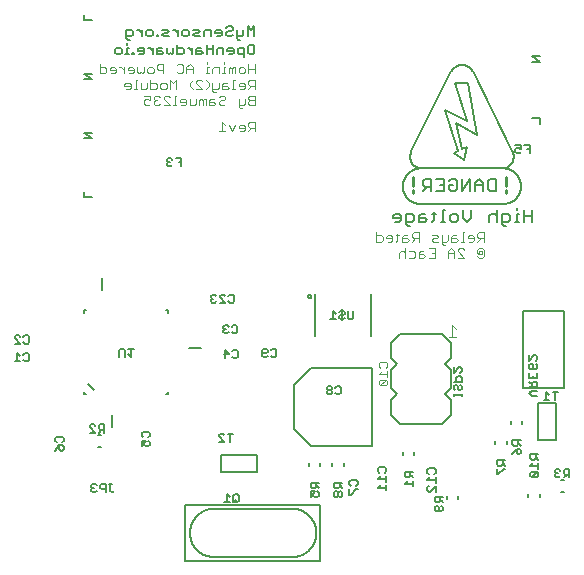
<source format=gbo>
G75*
%MOIN*%
%OFA0B0*%
%FSLAX25Y25*%
%IPPOS*%
%LPD*%
%AMOC8*
5,1,8,0,0,1.08239X$1,22.5*
%
%ADD10C,0.00500*%
%ADD11C,0.00600*%
%ADD12C,0.00400*%
%ADD13C,0.00300*%
%ADD14C,0.00800*%
%ADD15C,0.00700*%
%ADD16C,0.01100*%
D10*
X0035298Y0029379D02*
X0035749Y0028929D01*
X0036649Y0028929D01*
X0037100Y0029379D01*
X0036199Y0030280D02*
X0035749Y0030280D01*
X0035298Y0029830D01*
X0035298Y0029379D01*
X0035749Y0030280D02*
X0035298Y0030730D01*
X0035298Y0031181D01*
X0035749Y0031631D01*
X0036649Y0031631D01*
X0037100Y0031181D01*
X0038245Y0031181D02*
X0038245Y0030280D01*
X0038695Y0029830D01*
X0040046Y0029830D01*
X0040046Y0028929D02*
X0040046Y0031631D01*
X0038695Y0031631D01*
X0038245Y0031181D01*
X0041191Y0031631D02*
X0042092Y0031631D01*
X0041642Y0031631D02*
X0041642Y0029379D01*
X0042092Y0028929D01*
X0042543Y0028929D01*
X0042993Y0029379D01*
X0052038Y0044254D02*
X0052038Y0046055D01*
X0053389Y0046055D01*
X0052939Y0045155D01*
X0052939Y0044704D01*
X0053389Y0044254D01*
X0054290Y0044254D01*
X0054740Y0044704D01*
X0054740Y0045605D01*
X0054290Y0046055D01*
X0054290Y0047200D02*
X0054740Y0047651D01*
X0054740Y0048552D01*
X0054290Y0049002D01*
X0052488Y0049002D01*
X0052038Y0048552D01*
X0052038Y0047651D01*
X0052488Y0047200D01*
X0039482Y0048776D02*
X0039482Y0051478D01*
X0038131Y0051478D01*
X0037680Y0051028D01*
X0037680Y0050127D01*
X0038131Y0049677D01*
X0039482Y0049677D01*
X0038581Y0049677D02*
X0037680Y0048776D01*
X0036535Y0048776D02*
X0034734Y0050578D01*
X0034734Y0051028D01*
X0035184Y0051478D01*
X0036085Y0051478D01*
X0036535Y0051028D01*
X0036535Y0048776D02*
X0034734Y0048776D01*
X0026000Y0046977D02*
X0026000Y0046076D01*
X0025550Y0045626D01*
X0025550Y0044481D02*
X0026000Y0044030D01*
X0026000Y0043130D01*
X0025550Y0042679D01*
X0025099Y0042679D01*
X0024649Y0043130D01*
X0024649Y0044481D01*
X0025550Y0044481D01*
X0024649Y0044481D02*
X0023748Y0043580D01*
X0023298Y0042679D01*
X0023748Y0045626D02*
X0023298Y0046076D01*
X0023298Y0046977D01*
X0023748Y0047427D01*
X0025550Y0047427D01*
X0026000Y0046977D01*
X0014014Y0072516D02*
X0013113Y0072516D01*
X0012663Y0072967D01*
X0011518Y0072516D02*
X0009717Y0072516D01*
X0010617Y0072516D02*
X0010617Y0075218D01*
X0011518Y0074318D01*
X0012663Y0074768D02*
X0013113Y0075218D01*
X0014014Y0075218D01*
X0014465Y0074768D01*
X0014465Y0072967D01*
X0014014Y0072516D01*
X0014014Y0078422D02*
X0013113Y0078422D01*
X0012663Y0078872D01*
X0011518Y0078422D02*
X0009717Y0078422D01*
X0011518Y0078422D02*
X0009717Y0080223D01*
X0009717Y0080674D01*
X0010167Y0081124D01*
X0011068Y0081124D01*
X0011518Y0080674D01*
X0012663Y0080674D02*
X0013113Y0081124D01*
X0014014Y0081124D01*
X0014465Y0080674D01*
X0014465Y0078872D01*
X0014014Y0078422D01*
X0044608Y0076327D02*
X0044608Y0074075D01*
X0046409Y0074075D02*
X0046409Y0076327D01*
X0045959Y0076778D01*
X0045058Y0076778D01*
X0044608Y0076327D01*
X0047554Y0076778D02*
X0049356Y0076778D01*
X0048455Y0076778D02*
X0048455Y0074075D01*
X0047554Y0074976D01*
X0075094Y0092533D02*
X0075545Y0092083D01*
X0076446Y0092083D01*
X0076896Y0092533D01*
X0078041Y0092083D02*
X0079842Y0092083D01*
X0078041Y0093885D01*
X0078041Y0094335D01*
X0078491Y0094785D01*
X0079392Y0094785D01*
X0079842Y0094335D01*
X0080987Y0094335D02*
X0081438Y0094785D01*
X0082339Y0094785D01*
X0082789Y0094335D01*
X0082789Y0092533D01*
X0082339Y0092083D01*
X0081438Y0092083D01*
X0080987Y0092533D01*
X0076896Y0094335D02*
X0076446Y0094785D01*
X0075545Y0094785D01*
X0075094Y0094335D01*
X0075094Y0093885D01*
X0075545Y0093434D01*
X0075094Y0092984D01*
X0075094Y0092533D01*
X0075545Y0093434D02*
X0075995Y0093434D01*
X0079672Y0084549D02*
X0079222Y0084099D01*
X0079222Y0083648D01*
X0079672Y0083198D01*
X0079222Y0082748D01*
X0079222Y0082297D01*
X0079672Y0081847D01*
X0080573Y0081847D01*
X0081024Y0082297D01*
X0082169Y0082297D02*
X0082619Y0081847D01*
X0083520Y0081847D01*
X0083970Y0082297D01*
X0083970Y0084099D01*
X0083520Y0084549D01*
X0082619Y0084549D01*
X0082169Y0084099D01*
X0081024Y0084099D02*
X0080573Y0084549D01*
X0079672Y0084549D01*
X0079672Y0083198D02*
X0080123Y0083198D01*
X0079791Y0076360D02*
X0081142Y0075009D01*
X0079340Y0075009D01*
X0079791Y0073658D02*
X0079791Y0076360D01*
X0082287Y0075910D02*
X0082737Y0076360D01*
X0083638Y0076360D01*
X0084088Y0075910D01*
X0084088Y0074108D01*
X0083638Y0073658D01*
X0082737Y0073658D01*
X0082287Y0074108D01*
X0092214Y0074423D02*
X0092214Y0076225D01*
X0092665Y0076675D01*
X0093565Y0076675D01*
X0094016Y0076225D01*
X0094016Y0075774D01*
X0093565Y0075324D01*
X0092214Y0075324D01*
X0092214Y0074423D02*
X0092665Y0073973D01*
X0093565Y0073973D01*
X0094016Y0074423D01*
X0095161Y0074423D02*
X0095611Y0073973D01*
X0096512Y0073973D01*
X0096962Y0074423D01*
X0096962Y0076225D01*
X0096512Y0076675D01*
X0095611Y0076675D01*
X0095161Y0076225D01*
X0102904Y0064786D02*
X0108415Y0070298D01*
X0128888Y0070298D01*
X0128888Y0044313D01*
X0108415Y0044313D01*
X0102904Y0049825D01*
X0102904Y0064786D01*
X0113693Y0063784D02*
X0113693Y0063333D01*
X0114143Y0062883D01*
X0115044Y0062883D01*
X0115494Y0063333D01*
X0115494Y0063784D01*
X0115044Y0064234D01*
X0114143Y0064234D01*
X0113693Y0063784D01*
X0114143Y0062883D02*
X0113693Y0062433D01*
X0113693Y0061982D01*
X0114143Y0061532D01*
X0115044Y0061532D01*
X0115494Y0061982D01*
X0115494Y0062433D01*
X0115044Y0062883D01*
X0116639Y0061982D02*
X0117090Y0061532D01*
X0117991Y0061532D01*
X0118441Y0061982D01*
X0118441Y0063784D01*
X0117991Y0064234D01*
X0117090Y0064234D01*
X0116639Y0063784D01*
X0135026Y0063620D02*
X0137026Y0061620D01*
X0135026Y0059620D01*
X0135026Y0054620D01*
X0138026Y0051620D01*
X0152026Y0051620D01*
X0155026Y0054620D01*
X0155026Y0059620D01*
X0153026Y0061620D01*
X0155026Y0063620D01*
X0155026Y0069620D01*
X0153026Y0071620D01*
X0155026Y0073620D01*
X0155026Y0078620D01*
X0152026Y0081620D01*
X0138026Y0081620D01*
X0135026Y0078620D01*
X0135026Y0073620D01*
X0137026Y0071620D01*
X0135026Y0069620D01*
X0135026Y0063620D01*
X0156067Y0063269D02*
X0156517Y0062819D01*
X0156067Y0063269D02*
X0156067Y0064170D01*
X0156517Y0064621D01*
X0156968Y0064621D01*
X0157418Y0064170D01*
X0157418Y0063269D01*
X0157868Y0062819D01*
X0158319Y0062819D01*
X0158769Y0063269D01*
X0158769Y0064170D01*
X0158319Y0064621D01*
X0158769Y0065766D02*
X0158769Y0067117D01*
X0158319Y0067567D01*
X0157418Y0067567D01*
X0156968Y0067117D01*
X0156968Y0065766D01*
X0156067Y0065766D02*
X0158769Y0065766D01*
X0158319Y0068712D02*
X0158769Y0069163D01*
X0158769Y0070063D01*
X0158319Y0070514D01*
X0157868Y0070514D01*
X0156067Y0068712D01*
X0156067Y0070514D01*
X0156067Y0061756D02*
X0156067Y0060855D01*
X0156067Y0061305D02*
X0158769Y0061305D01*
X0158769Y0060855D02*
X0158769Y0061756D01*
X0175660Y0046246D02*
X0175660Y0044895D01*
X0176110Y0044445D01*
X0177011Y0044445D01*
X0177461Y0044895D01*
X0177461Y0046246D01*
X0177461Y0045345D02*
X0178362Y0044445D01*
X0177912Y0043300D02*
X0177011Y0043300D01*
X0177011Y0041948D01*
X0177461Y0041498D01*
X0177912Y0041498D01*
X0178362Y0041948D01*
X0178362Y0042849D01*
X0177912Y0043300D01*
X0177011Y0043300D02*
X0176110Y0042399D01*
X0175660Y0041498D01*
X0173244Y0039553D02*
X0170542Y0039553D01*
X0170542Y0038202D01*
X0170992Y0037752D01*
X0171893Y0037752D01*
X0172343Y0038202D01*
X0172343Y0039553D01*
X0172343Y0038652D02*
X0173244Y0037752D01*
X0173244Y0036607D02*
X0172794Y0036607D01*
X0170992Y0034805D01*
X0170542Y0034805D01*
X0170542Y0036607D01*
X0175660Y0046246D02*
X0178362Y0046246D01*
X0181565Y0041522D02*
X0181565Y0040171D01*
X0182016Y0039720D01*
X0182917Y0039720D01*
X0183367Y0040171D01*
X0183367Y0041522D01*
X0184268Y0041522D02*
X0181565Y0041522D01*
X0183367Y0040621D02*
X0184268Y0039720D01*
X0184268Y0038575D02*
X0184268Y0036774D01*
X0184268Y0037674D02*
X0181565Y0037674D01*
X0182466Y0038575D01*
X0182016Y0035629D02*
X0181565Y0035178D01*
X0181565Y0034277D01*
X0182016Y0033827D01*
X0183817Y0035629D01*
X0184268Y0035178D01*
X0184268Y0034277D01*
X0183817Y0033827D01*
X0182016Y0033827D01*
X0182016Y0035629D02*
X0183817Y0035629D01*
X0189852Y0035617D02*
X0190302Y0035166D01*
X0189852Y0034716D01*
X0189852Y0034266D01*
X0190302Y0033815D01*
X0191203Y0033815D01*
X0191653Y0034266D01*
X0192798Y0033815D02*
X0193699Y0034716D01*
X0193249Y0034716D02*
X0194600Y0034716D01*
X0194600Y0033815D02*
X0194600Y0036518D01*
X0193249Y0036518D01*
X0192798Y0036067D01*
X0192798Y0035166D01*
X0193249Y0034716D01*
X0191653Y0036067D02*
X0191203Y0036518D01*
X0190302Y0036518D01*
X0189852Y0036067D01*
X0189852Y0035617D01*
X0190302Y0035166D02*
X0190753Y0035166D01*
X0190108Y0046439D02*
X0184203Y0046439D01*
X0184203Y0058644D01*
X0190108Y0058644D01*
X0190108Y0046439D01*
X0189929Y0059474D02*
X0189929Y0062176D01*
X0189029Y0062176D02*
X0190830Y0062176D01*
X0192923Y0063723D02*
X0179144Y0063723D01*
X0179144Y0089313D01*
X0192923Y0089313D01*
X0192923Y0063723D01*
X0187884Y0061275D02*
X0186983Y0062176D01*
X0186983Y0059474D01*
X0187884Y0059474D02*
X0186082Y0059474D01*
X0183848Y0060981D02*
X0182046Y0060981D01*
X0181146Y0061881D01*
X0182046Y0062782D01*
X0183848Y0062782D01*
X0183848Y0063927D02*
X0183848Y0065278D01*
X0183398Y0065729D01*
X0182497Y0065729D01*
X0182046Y0065278D01*
X0182046Y0063927D01*
X0181146Y0063927D02*
X0183848Y0063927D01*
X0182046Y0064828D02*
X0181146Y0065729D01*
X0181146Y0066874D02*
X0181146Y0068675D01*
X0181596Y0069820D02*
X0181146Y0070271D01*
X0181146Y0071171D01*
X0181596Y0071622D01*
X0182497Y0071622D01*
X0182497Y0070721D01*
X0183398Y0069820D02*
X0181596Y0069820D01*
X0183398Y0069820D02*
X0183848Y0070271D01*
X0183848Y0071171D01*
X0183398Y0071622D01*
X0183398Y0072767D02*
X0183848Y0073217D01*
X0183848Y0074118D01*
X0183398Y0074568D01*
X0182947Y0074568D01*
X0181146Y0072767D01*
X0181146Y0074568D01*
X0183848Y0068675D02*
X0183848Y0066874D01*
X0181146Y0066874D01*
X0182497Y0066874D02*
X0182497Y0067775D01*
X0150016Y0036347D02*
X0150016Y0035446D01*
X0149565Y0034996D01*
X0150016Y0033851D02*
X0150016Y0032049D01*
X0150016Y0032950D02*
X0147313Y0032950D01*
X0148214Y0033851D01*
X0147764Y0034996D02*
X0147313Y0035446D01*
X0147313Y0036347D01*
X0147764Y0036797D01*
X0149565Y0036797D01*
X0150016Y0036347D01*
X0150016Y0030904D02*
X0148214Y0029103D01*
X0147764Y0029103D01*
X0147313Y0029553D01*
X0147313Y0030454D01*
X0147764Y0030904D01*
X0150016Y0030904D02*
X0150016Y0029103D01*
X0149676Y0027348D02*
X0149676Y0025997D01*
X0150126Y0025547D01*
X0151027Y0025547D01*
X0151477Y0025997D01*
X0151477Y0027348D01*
X0151477Y0026448D02*
X0152378Y0025547D01*
X0151928Y0024402D02*
X0152378Y0023952D01*
X0152378Y0023051D01*
X0151928Y0022600D01*
X0150126Y0022600D01*
X0149676Y0023051D01*
X0149676Y0023952D01*
X0150126Y0024402D01*
X0150576Y0024402D01*
X0151027Y0023952D01*
X0151027Y0022600D01*
X0152378Y0027348D02*
X0149676Y0027348D01*
X0142535Y0030868D02*
X0142535Y0032670D01*
X0142535Y0031769D02*
X0139833Y0031769D01*
X0140734Y0032670D01*
X0141184Y0033815D02*
X0141635Y0034265D01*
X0141635Y0035616D01*
X0142535Y0035616D02*
X0139833Y0035616D01*
X0139833Y0034265D01*
X0140284Y0033815D01*
X0141184Y0033815D01*
X0141635Y0034715D02*
X0142535Y0033815D01*
X0133480Y0034244D02*
X0133480Y0032443D01*
X0133480Y0033344D02*
X0130778Y0033344D01*
X0131679Y0034244D01*
X0131228Y0035389D02*
X0130778Y0035840D01*
X0130778Y0036741D01*
X0131228Y0037191D01*
X0133030Y0037191D01*
X0133480Y0036741D01*
X0133480Y0035840D01*
X0133030Y0035389D01*
X0133480Y0031298D02*
X0133480Y0029496D01*
X0133480Y0030397D02*
X0130778Y0030397D01*
X0131679Y0031298D01*
X0124031Y0031509D02*
X0123581Y0031059D01*
X0124031Y0031509D02*
X0124031Y0032410D01*
X0123581Y0032860D01*
X0121780Y0032860D01*
X0121329Y0032410D01*
X0121329Y0031509D01*
X0121780Y0031059D01*
X0121329Y0029914D02*
X0121329Y0028112D01*
X0121780Y0028112D01*
X0123581Y0029914D01*
X0124031Y0029914D01*
X0118913Y0030271D02*
X0118013Y0031172D01*
X0118013Y0030722D02*
X0118013Y0032073D01*
X0118913Y0032073D02*
X0116211Y0032073D01*
X0116211Y0030722D01*
X0116661Y0030271D01*
X0117562Y0030271D01*
X0118013Y0030722D01*
X0118013Y0029126D02*
X0117562Y0028676D01*
X0117562Y0027775D01*
X0118013Y0027325D01*
X0118463Y0027325D01*
X0118913Y0027775D01*
X0118913Y0028676D01*
X0118463Y0029126D01*
X0118013Y0029126D01*
X0117562Y0028676D02*
X0117112Y0029126D01*
X0116661Y0029126D01*
X0116211Y0028676D01*
X0116211Y0027775D01*
X0116661Y0027325D01*
X0117112Y0027325D01*
X0117562Y0027775D01*
X0111459Y0024605D02*
X0066577Y0024605D01*
X0066577Y0006101D01*
X0111459Y0006101D01*
X0111459Y0024605D01*
X0110589Y0027325D02*
X0111039Y0027775D01*
X0111039Y0028676D01*
X0110589Y0029126D01*
X0109688Y0029126D02*
X0109238Y0028226D01*
X0109238Y0027775D01*
X0109688Y0027325D01*
X0110589Y0027325D01*
X0109688Y0029126D02*
X0108337Y0029126D01*
X0108337Y0027325D01*
X0108787Y0030271D02*
X0109688Y0030271D01*
X0110139Y0030722D01*
X0110139Y0032073D01*
X0111039Y0032073D02*
X0108337Y0032073D01*
X0108337Y0030722D01*
X0108787Y0030271D01*
X0110139Y0031172D02*
X0111039Y0030271D01*
X0102010Y0023424D02*
X0076026Y0023424D01*
X0079610Y0025512D02*
X0081412Y0025512D01*
X0080511Y0025512D02*
X0080511Y0028215D01*
X0081412Y0027314D01*
X0082557Y0027764D02*
X0082557Y0025963D01*
X0083007Y0025512D01*
X0083908Y0025512D01*
X0084358Y0025963D01*
X0084358Y0027764D01*
X0083908Y0028215D01*
X0083007Y0028215D01*
X0082557Y0027764D01*
X0083458Y0026413D02*
X0082557Y0025512D01*
X0078337Y0035455D02*
X0078337Y0041361D01*
X0090541Y0041361D01*
X0090541Y0035455D01*
X0078337Y0035455D01*
X0077814Y0045694D02*
X0079616Y0045694D01*
X0077814Y0047496D01*
X0077814Y0047946D01*
X0078265Y0048396D01*
X0079165Y0048396D01*
X0079616Y0047946D01*
X0080761Y0048396D02*
X0082562Y0048396D01*
X0081662Y0048396D02*
X0081662Y0045694D01*
X0076025Y0023424D02*
X0075830Y0023416D01*
X0075635Y0023405D01*
X0075441Y0023388D01*
X0075247Y0023367D01*
X0075054Y0023341D01*
X0074861Y0023310D01*
X0074669Y0023275D01*
X0074478Y0023235D01*
X0074288Y0023191D01*
X0074099Y0023142D01*
X0073912Y0023088D01*
X0073726Y0023030D01*
X0073541Y0022968D01*
X0073358Y0022901D01*
X0073176Y0022829D01*
X0072996Y0022754D01*
X0072818Y0022673D01*
X0072643Y0022589D01*
X0072469Y0022500D01*
X0072297Y0022408D01*
X0072128Y0022311D01*
X0071961Y0022210D01*
X0071796Y0022105D01*
X0071635Y0021996D01*
X0071475Y0021883D01*
X0071319Y0021767D01*
X0071165Y0021646D01*
X0071015Y0021522D01*
X0070867Y0021395D01*
X0070723Y0021263D01*
X0070582Y0021129D01*
X0070444Y0020991D01*
X0070309Y0020850D01*
X0070178Y0020705D01*
X0070051Y0020557D01*
X0069927Y0020407D01*
X0069806Y0020253D01*
X0069690Y0020097D01*
X0069577Y0019938D01*
X0069468Y0019776D01*
X0069363Y0019611D01*
X0069262Y0019444D01*
X0069166Y0019275D01*
X0069073Y0019103D01*
X0068984Y0018929D01*
X0068900Y0018753D01*
X0068820Y0018575D01*
X0068744Y0018396D01*
X0068673Y0018214D01*
X0068606Y0018031D01*
X0068544Y0017846D01*
X0068486Y0017660D01*
X0068432Y0017472D01*
X0068383Y0017283D01*
X0068339Y0017093D01*
X0068299Y0016902D01*
X0068264Y0016710D01*
X0068233Y0016518D01*
X0068208Y0016324D01*
X0068187Y0016130D01*
X0068170Y0015936D01*
X0068158Y0015741D01*
X0068151Y0015546D01*
X0068149Y0015351D01*
X0068151Y0015156D01*
X0068159Y0014961D01*
X0068170Y0014766D01*
X0068187Y0014572D01*
X0068208Y0014378D01*
X0068234Y0014185D01*
X0068265Y0013992D01*
X0068300Y0013800D01*
X0068340Y0013609D01*
X0068384Y0013419D01*
X0068433Y0013230D01*
X0068487Y0013043D01*
X0068545Y0012857D01*
X0068607Y0012672D01*
X0068674Y0012489D01*
X0068746Y0012307D01*
X0068821Y0012127D01*
X0068902Y0011949D01*
X0068986Y0011774D01*
X0069075Y0011600D01*
X0069167Y0011428D01*
X0069264Y0011259D01*
X0069365Y0011092D01*
X0069470Y0010927D01*
X0069579Y0010766D01*
X0069692Y0010606D01*
X0069808Y0010450D01*
X0069929Y0010296D01*
X0070053Y0010146D01*
X0070180Y0009998D01*
X0070312Y0009854D01*
X0070446Y0009713D01*
X0070584Y0009575D01*
X0070725Y0009440D01*
X0070870Y0009309D01*
X0071018Y0009182D01*
X0071168Y0009058D01*
X0071322Y0008937D01*
X0071478Y0008821D01*
X0071637Y0008708D01*
X0071799Y0008599D01*
X0071964Y0008494D01*
X0072131Y0008393D01*
X0072300Y0008297D01*
X0072472Y0008204D01*
X0072646Y0008115D01*
X0072822Y0008031D01*
X0073000Y0007951D01*
X0073179Y0007875D01*
X0073361Y0007804D01*
X0073544Y0007737D01*
X0073729Y0007675D01*
X0073915Y0007617D01*
X0074103Y0007563D01*
X0074292Y0007514D01*
X0074482Y0007470D01*
X0074673Y0007430D01*
X0074865Y0007395D01*
X0075057Y0007364D01*
X0075251Y0007339D01*
X0075445Y0007318D01*
X0075639Y0007301D01*
X0075834Y0007289D01*
X0076029Y0007282D01*
X0076224Y0007280D01*
X0076419Y0007282D01*
X0102404Y0007282D01*
X0102599Y0007290D01*
X0102794Y0007301D01*
X0102988Y0007318D01*
X0103182Y0007339D01*
X0103375Y0007365D01*
X0103568Y0007396D01*
X0103760Y0007431D01*
X0103951Y0007471D01*
X0104141Y0007515D01*
X0104330Y0007564D01*
X0104517Y0007618D01*
X0104703Y0007676D01*
X0104888Y0007738D01*
X0105071Y0007805D01*
X0105253Y0007877D01*
X0105433Y0007952D01*
X0105611Y0008033D01*
X0105786Y0008117D01*
X0105960Y0008206D01*
X0106132Y0008298D01*
X0106301Y0008395D01*
X0106468Y0008496D01*
X0106633Y0008601D01*
X0106794Y0008710D01*
X0106954Y0008823D01*
X0107110Y0008939D01*
X0107264Y0009060D01*
X0107414Y0009184D01*
X0107562Y0009311D01*
X0107706Y0009443D01*
X0107847Y0009577D01*
X0107985Y0009715D01*
X0108120Y0009856D01*
X0108251Y0010001D01*
X0108378Y0010149D01*
X0108502Y0010299D01*
X0108623Y0010453D01*
X0108739Y0010609D01*
X0108852Y0010768D01*
X0108961Y0010930D01*
X0109066Y0011095D01*
X0109167Y0011262D01*
X0109263Y0011431D01*
X0109356Y0011603D01*
X0109445Y0011777D01*
X0109529Y0011953D01*
X0109609Y0012131D01*
X0109685Y0012310D01*
X0109756Y0012492D01*
X0109823Y0012675D01*
X0109885Y0012860D01*
X0109943Y0013046D01*
X0109997Y0013234D01*
X0110046Y0013423D01*
X0110090Y0013613D01*
X0110130Y0013804D01*
X0110165Y0013996D01*
X0110196Y0014188D01*
X0110221Y0014382D01*
X0110242Y0014576D01*
X0110259Y0014770D01*
X0110271Y0014965D01*
X0110278Y0015160D01*
X0110280Y0015355D01*
X0110278Y0015550D01*
X0110270Y0015745D01*
X0110259Y0015940D01*
X0110242Y0016134D01*
X0110221Y0016328D01*
X0110195Y0016521D01*
X0110164Y0016714D01*
X0110129Y0016906D01*
X0110089Y0017097D01*
X0110045Y0017287D01*
X0109996Y0017476D01*
X0109942Y0017663D01*
X0109884Y0017849D01*
X0109822Y0018034D01*
X0109755Y0018217D01*
X0109683Y0018399D01*
X0109608Y0018579D01*
X0109527Y0018757D01*
X0109443Y0018932D01*
X0109354Y0019106D01*
X0109262Y0019278D01*
X0109165Y0019447D01*
X0109064Y0019614D01*
X0108959Y0019779D01*
X0108850Y0019940D01*
X0108737Y0020100D01*
X0108621Y0020256D01*
X0108500Y0020410D01*
X0108376Y0020560D01*
X0108249Y0020708D01*
X0108117Y0020852D01*
X0107983Y0020993D01*
X0107845Y0021131D01*
X0107704Y0021266D01*
X0107559Y0021397D01*
X0107411Y0021524D01*
X0107261Y0021648D01*
X0107107Y0021769D01*
X0106951Y0021885D01*
X0106792Y0021998D01*
X0106630Y0022107D01*
X0106465Y0022212D01*
X0106298Y0022313D01*
X0106129Y0022409D01*
X0105957Y0022502D01*
X0105783Y0022591D01*
X0105607Y0022675D01*
X0105429Y0022755D01*
X0105250Y0022831D01*
X0105068Y0022902D01*
X0104885Y0022969D01*
X0104700Y0023031D01*
X0104514Y0023089D01*
X0104326Y0023143D01*
X0104137Y0023192D01*
X0103947Y0023236D01*
X0103756Y0023276D01*
X0103564Y0023311D01*
X0103372Y0023342D01*
X0103178Y0023367D01*
X0102984Y0023388D01*
X0102790Y0023405D01*
X0102595Y0023417D01*
X0102400Y0023424D01*
X0102205Y0023426D01*
X0102010Y0023424D01*
X0114940Y0086639D02*
X0116742Y0086639D01*
X0115841Y0086639D02*
X0115841Y0089341D01*
X0116742Y0088441D01*
X0117887Y0088891D02*
X0118337Y0089341D01*
X0119238Y0089341D01*
X0119688Y0088891D01*
X0119688Y0088441D01*
X0119238Y0087990D01*
X0118337Y0087990D01*
X0117887Y0087540D01*
X0117887Y0087089D01*
X0118337Y0086639D01*
X0119238Y0086639D01*
X0119688Y0087089D01*
X0120833Y0087089D02*
X0121284Y0086639D01*
X0122184Y0086639D01*
X0122635Y0087089D01*
X0122635Y0089341D01*
X0120833Y0089341D02*
X0120833Y0087089D01*
X0118788Y0086189D02*
X0118788Y0089792D01*
X0145030Y0125022D02*
X0172589Y0125022D01*
X0172741Y0125024D01*
X0172893Y0125030D01*
X0173045Y0125040D01*
X0173196Y0125053D01*
X0173347Y0125071D01*
X0173498Y0125092D01*
X0173648Y0125118D01*
X0173797Y0125147D01*
X0173946Y0125180D01*
X0174093Y0125217D01*
X0174240Y0125257D01*
X0174385Y0125302D01*
X0174529Y0125350D01*
X0174672Y0125402D01*
X0174814Y0125457D01*
X0174954Y0125516D01*
X0175093Y0125579D01*
X0175230Y0125645D01*
X0175365Y0125715D01*
X0175498Y0125788D01*
X0175629Y0125865D01*
X0175759Y0125945D01*
X0175886Y0126028D01*
X0176011Y0126114D01*
X0176134Y0126204D01*
X0176254Y0126297D01*
X0176372Y0126393D01*
X0176488Y0126492D01*
X0176601Y0126594D01*
X0176711Y0126698D01*
X0176819Y0126806D01*
X0176923Y0126916D01*
X0177025Y0127029D01*
X0177124Y0127145D01*
X0177220Y0127263D01*
X0177313Y0127383D01*
X0177403Y0127506D01*
X0177489Y0127631D01*
X0177572Y0127758D01*
X0177652Y0127888D01*
X0177729Y0128019D01*
X0177802Y0128152D01*
X0177872Y0128287D01*
X0177938Y0128424D01*
X0178001Y0128563D01*
X0178060Y0128703D01*
X0178115Y0128845D01*
X0178167Y0128988D01*
X0178215Y0129132D01*
X0178260Y0129277D01*
X0178300Y0129424D01*
X0178337Y0129571D01*
X0178370Y0129720D01*
X0178399Y0129869D01*
X0178425Y0130019D01*
X0178446Y0130170D01*
X0178464Y0130321D01*
X0178477Y0130472D01*
X0178487Y0130624D01*
X0178493Y0130776D01*
X0178495Y0130928D01*
X0178493Y0131080D01*
X0178487Y0131232D01*
X0178477Y0131384D01*
X0178464Y0131535D01*
X0178446Y0131686D01*
X0178425Y0131837D01*
X0178399Y0131987D01*
X0178370Y0132136D01*
X0178337Y0132285D01*
X0178300Y0132432D01*
X0178260Y0132579D01*
X0178215Y0132724D01*
X0178167Y0132868D01*
X0178115Y0133011D01*
X0178060Y0133153D01*
X0178001Y0133293D01*
X0177938Y0133432D01*
X0177872Y0133569D01*
X0177802Y0133704D01*
X0177729Y0133837D01*
X0177652Y0133968D01*
X0177572Y0134098D01*
X0177489Y0134225D01*
X0177403Y0134350D01*
X0177313Y0134473D01*
X0177220Y0134593D01*
X0177124Y0134711D01*
X0177025Y0134827D01*
X0176923Y0134940D01*
X0176819Y0135050D01*
X0176711Y0135158D01*
X0176601Y0135262D01*
X0176488Y0135364D01*
X0176372Y0135463D01*
X0176254Y0135559D01*
X0176134Y0135652D01*
X0176011Y0135742D01*
X0175886Y0135828D01*
X0175759Y0135911D01*
X0175629Y0135991D01*
X0175498Y0136068D01*
X0175365Y0136141D01*
X0175230Y0136211D01*
X0175093Y0136277D01*
X0174954Y0136340D01*
X0174814Y0136399D01*
X0174672Y0136454D01*
X0174529Y0136506D01*
X0174385Y0136554D01*
X0174240Y0136599D01*
X0174093Y0136639D01*
X0173946Y0136676D01*
X0173797Y0136709D01*
X0173648Y0136738D01*
X0173498Y0136764D01*
X0173347Y0136785D01*
X0173196Y0136803D01*
X0173045Y0136816D01*
X0172893Y0136826D01*
X0172741Y0136832D01*
X0172589Y0136834D01*
X0172589Y0136833D02*
X0145030Y0136833D01*
X0145494Y0136833D02*
X0172124Y0136833D01*
X0172247Y0136835D01*
X0172370Y0136841D01*
X0172493Y0136850D01*
X0172616Y0136864D01*
X0172738Y0136881D01*
X0172859Y0136902D01*
X0172980Y0136927D01*
X0173100Y0136956D01*
X0173218Y0136988D01*
X0173336Y0137024D01*
X0173453Y0137064D01*
X0173568Y0137107D01*
X0173682Y0137154D01*
X0173794Y0137205D01*
X0173905Y0137259D01*
X0174014Y0137316D01*
X0174121Y0137377D01*
X0174227Y0137441D01*
X0174330Y0137509D01*
X0174431Y0137580D01*
X0174529Y0137653D01*
X0174626Y0137730D01*
X0174720Y0137810D01*
X0174811Y0137893D01*
X0174900Y0137978D01*
X0174986Y0138066D01*
X0175069Y0138157D01*
X0175149Y0138251D01*
X0175227Y0138346D01*
X0175301Y0138445D01*
X0175372Y0138545D01*
X0175440Y0138648D01*
X0175505Y0138753D01*
X0175566Y0138860D01*
X0175625Y0138968D01*
X0175679Y0139079D01*
X0175730Y0139191D01*
X0175778Y0139304D01*
X0175822Y0139420D01*
X0175863Y0139536D01*
X0175899Y0139654D01*
X0175932Y0139772D01*
X0175962Y0139892D01*
X0175987Y0140012D01*
X0176009Y0140134D01*
X0176027Y0140256D01*
X0176041Y0140378D01*
X0176052Y0140501D01*
X0176058Y0140624D01*
X0176061Y0140747D01*
X0176060Y0140870D01*
X0176055Y0140993D01*
X0176046Y0141116D01*
X0176033Y0141239D01*
X0176016Y0141361D01*
X0175996Y0141482D01*
X0175972Y0141603D01*
X0175944Y0141723D01*
X0175912Y0141842D01*
X0175877Y0141960D01*
X0175838Y0142077D01*
X0175795Y0142193D01*
X0175749Y0142307D01*
X0175699Y0142420D01*
X0175645Y0142531D01*
X0162330Y0169160D01*
X0162330Y0169161D02*
X0162273Y0169271D01*
X0162212Y0169380D01*
X0162148Y0169486D01*
X0162080Y0169591D01*
X0162009Y0169693D01*
X0161935Y0169793D01*
X0161858Y0169891D01*
X0161777Y0169986D01*
X0161694Y0170079D01*
X0161608Y0170169D01*
X0161519Y0170256D01*
X0161427Y0170340D01*
X0161333Y0170422D01*
X0161236Y0170500D01*
X0161137Y0170575D01*
X0161035Y0170647D01*
X0160932Y0170716D01*
X0160826Y0170781D01*
X0160718Y0170843D01*
X0160608Y0170902D01*
X0160496Y0170957D01*
X0160383Y0171009D01*
X0160268Y0171057D01*
X0160151Y0171101D01*
X0160034Y0171142D01*
X0159915Y0171179D01*
X0159795Y0171212D01*
X0159674Y0171241D01*
X0159552Y0171266D01*
X0159429Y0171288D01*
X0159306Y0171306D01*
X0159182Y0171319D01*
X0159058Y0171329D01*
X0158934Y0171335D01*
X0158809Y0171337D01*
X0158684Y0171335D01*
X0158560Y0171329D01*
X0158436Y0171319D01*
X0158312Y0171306D01*
X0158189Y0171288D01*
X0158066Y0171266D01*
X0157944Y0171241D01*
X0157823Y0171212D01*
X0157703Y0171179D01*
X0157584Y0171142D01*
X0157467Y0171101D01*
X0157350Y0171057D01*
X0157235Y0171009D01*
X0157122Y0170957D01*
X0157010Y0170902D01*
X0156900Y0170843D01*
X0156792Y0170781D01*
X0156686Y0170716D01*
X0156583Y0170647D01*
X0156481Y0170575D01*
X0156382Y0170500D01*
X0156285Y0170422D01*
X0156191Y0170340D01*
X0156099Y0170256D01*
X0156010Y0170169D01*
X0155924Y0170079D01*
X0155841Y0169986D01*
X0155760Y0169891D01*
X0155683Y0169793D01*
X0155609Y0169693D01*
X0155538Y0169591D01*
X0155470Y0169486D01*
X0155406Y0169380D01*
X0155345Y0169271D01*
X0155288Y0169161D01*
X0155288Y0169160D02*
X0141973Y0142531D01*
X0141919Y0142420D01*
X0141869Y0142307D01*
X0141823Y0142193D01*
X0141780Y0142077D01*
X0141741Y0141960D01*
X0141706Y0141842D01*
X0141674Y0141723D01*
X0141646Y0141603D01*
X0141622Y0141482D01*
X0141602Y0141361D01*
X0141585Y0141239D01*
X0141572Y0141116D01*
X0141563Y0140993D01*
X0141558Y0140870D01*
X0141557Y0140747D01*
X0141560Y0140624D01*
X0141566Y0140501D01*
X0141577Y0140378D01*
X0141591Y0140256D01*
X0141609Y0140134D01*
X0141631Y0140012D01*
X0141656Y0139892D01*
X0141686Y0139772D01*
X0141719Y0139654D01*
X0141755Y0139536D01*
X0141796Y0139420D01*
X0141840Y0139304D01*
X0141888Y0139191D01*
X0141939Y0139079D01*
X0141993Y0138968D01*
X0142052Y0138860D01*
X0142113Y0138753D01*
X0142178Y0138648D01*
X0142246Y0138545D01*
X0142317Y0138445D01*
X0142391Y0138346D01*
X0142469Y0138251D01*
X0142549Y0138157D01*
X0142632Y0138066D01*
X0142718Y0137978D01*
X0142807Y0137893D01*
X0142898Y0137810D01*
X0142992Y0137730D01*
X0143089Y0137653D01*
X0143187Y0137580D01*
X0143288Y0137509D01*
X0143391Y0137441D01*
X0143497Y0137377D01*
X0143604Y0137316D01*
X0143713Y0137259D01*
X0143824Y0137205D01*
X0143936Y0137154D01*
X0144050Y0137107D01*
X0144165Y0137064D01*
X0144282Y0137024D01*
X0144400Y0136988D01*
X0144518Y0136956D01*
X0144638Y0136927D01*
X0144759Y0136902D01*
X0144880Y0136881D01*
X0145002Y0136864D01*
X0145125Y0136850D01*
X0145248Y0136841D01*
X0145371Y0136835D01*
X0145494Y0136833D01*
X0139124Y0130928D02*
X0139126Y0130776D01*
X0139132Y0130624D01*
X0139142Y0130472D01*
X0139155Y0130321D01*
X0139173Y0130170D01*
X0139194Y0130019D01*
X0139220Y0129869D01*
X0139249Y0129720D01*
X0139282Y0129571D01*
X0139319Y0129424D01*
X0139359Y0129277D01*
X0139404Y0129132D01*
X0139452Y0128988D01*
X0139504Y0128845D01*
X0139559Y0128703D01*
X0139618Y0128563D01*
X0139681Y0128424D01*
X0139747Y0128287D01*
X0139817Y0128152D01*
X0139890Y0128019D01*
X0139967Y0127888D01*
X0140047Y0127758D01*
X0140130Y0127631D01*
X0140216Y0127506D01*
X0140306Y0127383D01*
X0140399Y0127263D01*
X0140495Y0127145D01*
X0140594Y0127029D01*
X0140696Y0126916D01*
X0140800Y0126806D01*
X0140908Y0126698D01*
X0141018Y0126594D01*
X0141131Y0126492D01*
X0141247Y0126393D01*
X0141365Y0126297D01*
X0141485Y0126204D01*
X0141608Y0126114D01*
X0141733Y0126028D01*
X0141860Y0125945D01*
X0141990Y0125865D01*
X0142121Y0125788D01*
X0142254Y0125715D01*
X0142389Y0125645D01*
X0142526Y0125579D01*
X0142665Y0125516D01*
X0142805Y0125457D01*
X0142947Y0125402D01*
X0143090Y0125350D01*
X0143234Y0125302D01*
X0143379Y0125257D01*
X0143526Y0125217D01*
X0143673Y0125180D01*
X0143822Y0125147D01*
X0143971Y0125118D01*
X0144121Y0125092D01*
X0144272Y0125071D01*
X0144423Y0125053D01*
X0144574Y0125040D01*
X0144726Y0125030D01*
X0144878Y0125024D01*
X0145030Y0125022D01*
X0139124Y0130928D02*
X0139126Y0131080D01*
X0139132Y0131232D01*
X0139142Y0131384D01*
X0139155Y0131535D01*
X0139173Y0131686D01*
X0139194Y0131837D01*
X0139220Y0131987D01*
X0139249Y0132136D01*
X0139282Y0132285D01*
X0139319Y0132432D01*
X0139359Y0132579D01*
X0139404Y0132724D01*
X0139452Y0132868D01*
X0139504Y0133011D01*
X0139559Y0133153D01*
X0139618Y0133293D01*
X0139681Y0133432D01*
X0139747Y0133569D01*
X0139817Y0133704D01*
X0139890Y0133837D01*
X0139967Y0133968D01*
X0140047Y0134098D01*
X0140130Y0134225D01*
X0140216Y0134350D01*
X0140306Y0134473D01*
X0140399Y0134593D01*
X0140495Y0134711D01*
X0140594Y0134827D01*
X0140696Y0134940D01*
X0140800Y0135050D01*
X0140908Y0135158D01*
X0141018Y0135262D01*
X0141131Y0135364D01*
X0141247Y0135463D01*
X0141365Y0135559D01*
X0141485Y0135652D01*
X0141608Y0135742D01*
X0141733Y0135828D01*
X0141860Y0135911D01*
X0141990Y0135991D01*
X0142121Y0136068D01*
X0142254Y0136141D01*
X0142389Y0136211D01*
X0142526Y0136277D01*
X0142665Y0136340D01*
X0142805Y0136399D01*
X0142947Y0136454D01*
X0143090Y0136506D01*
X0143234Y0136554D01*
X0143379Y0136599D01*
X0143526Y0136639D01*
X0143673Y0136676D01*
X0143822Y0136709D01*
X0143971Y0136738D01*
X0144121Y0136764D01*
X0144272Y0136785D01*
X0144423Y0136803D01*
X0144574Y0136816D01*
X0144726Y0136826D01*
X0144878Y0136832D01*
X0145030Y0136834D01*
X0156053Y0141951D02*
X0159596Y0139589D01*
X0160384Y0143920D01*
X0158809Y0143132D01*
X0156841Y0151794D01*
X0163927Y0147857D01*
X0160778Y0165180D01*
X0156447Y0165180D01*
X0160384Y0152581D01*
X0153297Y0156124D01*
X0157628Y0142739D01*
X0156053Y0141951D01*
X0176646Y0142258D02*
X0177096Y0141807D01*
X0177997Y0141807D01*
X0178447Y0142258D01*
X0178447Y0143159D02*
X0177546Y0143609D01*
X0177096Y0143609D01*
X0176646Y0143159D01*
X0176646Y0142258D01*
X0178447Y0143159D02*
X0178447Y0144510D01*
X0176646Y0144510D01*
X0179592Y0144510D02*
X0181394Y0144510D01*
X0181394Y0141807D01*
X0181394Y0143159D02*
X0180493Y0143159D01*
X0184937Y0151711D02*
X0184937Y0153512D01*
X0182235Y0153512D01*
X0182237Y0172326D02*
X0184939Y0172326D01*
X0182237Y0174127D01*
X0184939Y0174127D01*
X0065252Y0140179D02*
X0065252Y0137477D01*
X0065252Y0138828D02*
X0064351Y0138828D01*
X0065252Y0140179D02*
X0063450Y0140179D01*
X0062305Y0139729D02*
X0061855Y0140179D01*
X0060954Y0140179D01*
X0060504Y0139729D01*
X0060504Y0139278D01*
X0060954Y0138828D01*
X0060504Y0138378D01*
X0060504Y0137927D01*
X0060954Y0137477D01*
X0061855Y0137477D01*
X0062305Y0137927D01*
X0061405Y0138828D02*
X0060954Y0138828D01*
X0035383Y0146926D02*
X0032681Y0148727D01*
X0035383Y0148727D01*
X0035383Y0146926D02*
X0032681Y0146926D01*
X0032681Y0129042D02*
X0032681Y0127241D01*
X0035383Y0127241D01*
X0035383Y0166611D02*
X0032681Y0166611D01*
X0032681Y0168412D02*
X0035383Y0168412D01*
X0035383Y0166611D02*
X0032681Y0168412D01*
X0032681Y0186296D02*
X0032681Y0188097D01*
X0032681Y0186296D02*
X0035383Y0186296D01*
D11*
X0046904Y0183060D02*
X0046904Y0180277D01*
X0047461Y0179721D01*
X0048017Y0179721D01*
X0048574Y0180834D02*
X0046904Y0180834D01*
X0048574Y0180834D02*
X0049131Y0181391D01*
X0049131Y0182504D01*
X0048574Y0183060D01*
X0046904Y0183060D01*
X0050482Y0183060D02*
X0051038Y0183060D01*
X0052152Y0181947D01*
X0052152Y0180834D02*
X0052152Y0183060D01*
X0053550Y0182504D02*
X0053550Y0181391D01*
X0054107Y0180834D01*
X0055220Y0180834D01*
X0055777Y0181391D01*
X0055777Y0182504D01*
X0055220Y0183060D01*
X0054107Y0183060D01*
X0053550Y0182504D01*
X0057033Y0181391D02*
X0057033Y0180834D01*
X0057589Y0180834D01*
X0057589Y0181391D01*
X0057033Y0181391D01*
X0058988Y0181391D02*
X0059545Y0181947D01*
X0060658Y0181947D01*
X0061215Y0182504D01*
X0060658Y0183060D01*
X0058988Y0183060D01*
X0058988Y0181391D02*
X0059545Y0180834D01*
X0061215Y0180834D01*
X0062566Y0183060D02*
X0063122Y0183060D01*
X0064235Y0181947D01*
X0064235Y0180834D02*
X0064235Y0183060D01*
X0065634Y0182504D02*
X0066191Y0183060D01*
X0067304Y0183060D01*
X0067861Y0182504D01*
X0067861Y0181391D01*
X0067304Y0180834D01*
X0066191Y0180834D01*
X0065634Y0181391D01*
X0065634Y0182504D01*
X0069259Y0183060D02*
X0070929Y0183060D01*
X0071486Y0182504D01*
X0070929Y0181947D01*
X0069816Y0181947D01*
X0069259Y0181391D01*
X0069816Y0180834D01*
X0071486Y0180834D01*
X0072884Y0180834D02*
X0072884Y0182504D01*
X0073441Y0183060D01*
X0075111Y0183060D01*
X0075111Y0180834D01*
X0076509Y0181947D02*
X0078736Y0181947D01*
X0078736Y0181391D02*
X0078736Y0182504D01*
X0078179Y0183060D01*
X0077066Y0183060D01*
X0076509Y0182504D01*
X0076509Y0181947D01*
X0077066Y0180834D02*
X0078179Y0180834D01*
X0078736Y0181391D01*
X0080135Y0181391D02*
X0080135Y0181947D01*
X0080691Y0182504D01*
X0081805Y0182504D01*
X0082361Y0183060D01*
X0082361Y0183617D01*
X0081805Y0184174D01*
X0080691Y0184174D01*
X0080135Y0183617D01*
X0080135Y0181391D02*
X0080691Y0180834D01*
X0081805Y0180834D01*
X0082361Y0181391D01*
X0083760Y0180834D02*
X0085430Y0180834D01*
X0085986Y0181391D01*
X0085986Y0183060D01*
X0087385Y0184174D02*
X0087385Y0180834D01*
X0089611Y0180834D02*
X0089611Y0184174D01*
X0088498Y0183060D01*
X0087385Y0184174D01*
X0083760Y0183060D02*
X0083760Y0180277D01*
X0084316Y0179721D01*
X0084873Y0179721D01*
X0084596Y0177024D02*
X0084072Y0176500D01*
X0084072Y0175452D01*
X0084596Y0174928D01*
X0086168Y0174928D01*
X0086168Y0173881D02*
X0086168Y0177024D01*
X0084596Y0177024D01*
X0082724Y0176500D02*
X0082724Y0175452D01*
X0082200Y0174928D01*
X0081152Y0174928D01*
X0080628Y0175976D02*
X0082724Y0175976D01*
X0082724Y0176500D02*
X0082200Y0177024D01*
X0081152Y0177024D01*
X0080628Y0176500D01*
X0080628Y0175976D01*
X0079280Y0177024D02*
X0077708Y0177024D01*
X0077185Y0176500D01*
X0077185Y0174928D01*
X0075836Y0174928D02*
X0075836Y0178071D01*
X0075836Y0176500D02*
X0073741Y0176500D01*
X0073741Y0178071D02*
X0073741Y0174928D01*
X0072392Y0175452D02*
X0071868Y0175976D01*
X0070297Y0175976D01*
X0070297Y0176500D02*
X0070297Y0174928D01*
X0071868Y0174928D01*
X0072392Y0175452D01*
X0071868Y0177024D02*
X0070821Y0177024D01*
X0070297Y0176500D01*
X0068948Y0177024D02*
X0068948Y0174928D01*
X0068948Y0175976D02*
X0067900Y0177024D01*
X0067377Y0177024D01*
X0066078Y0176500D02*
X0066078Y0175452D01*
X0065554Y0174928D01*
X0063983Y0174928D01*
X0063983Y0178071D01*
X0063983Y0177024D02*
X0065554Y0177024D01*
X0066078Y0176500D01*
X0062634Y0177024D02*
X0062634Y0175452D01*
X0062111Y0174928D01*
X0061587Y0175452D01*
X0061063Y0174928D01*
X0060539Y0175452D01*
X0060539Y0177024D01*
X0058667Y0177024D02*
X0057619Y0177024D01*
X0057095Y0176500D01*
X0057095Y0174928D01*
X0058667Y0174928D01*
X0059190Y0175452D01*
X0058667Y0175976D01*
X0057095Y0175976D01*
X0055747Y0175976D02*
X0054699Y0177024D01*
X0054175Y0177024D01*
X0052877Y0176500D02*
X0052877Y0175452D01*
X0052353Y0174928D01*
X0051305Y0174928D01*
X0050781Y0175976D02*
X0052877Y0175976D01*
X0052877Y0176500D02*
X0052353Y0177024D01*
X0051305Y0177024D01*
X0050781Y0176500D01*
X0050781Y0175976D01*
X0049433Y0175452D02*
X0048909Y0175452D01*
X0048909Y0174928D01*
X0049433Y0174928D01*
X0049433Y0175452D01*
X0047711Y0174928D02*
X0046663Y0174928D01*
X0047187Y0174928D02*
X0047187Y0177024D01*
X0047711Y0177024D01*
X0047187Y0178071D02*
X0047187Y0178595D01*
X0045415Y0176500D02*
X0045415Y0175452D01*
X0044891Y0174928D01*
X0043843Y0174928D01*
X0043320Y0175452D01*
X0043320Y0176500D01*
X0043843Y0177024D01*
X0044891Y0177024D01*
X0045415Y0176500D01*
X0055747Y0177024D02*
X0055747Y0174928D01*
X0079280Y0174928D02*
X0079280Y0177024D01*
X0087516Y0177547D02*
X0087516Y0175452D01*
X0088040Y0174928D01*
X0089088Y0174928D01*
X0089611Y0175452D01*
X0089611Y0177547D01*
X0089088Y0178071D01*
X0088040Y0178071D01*
X0087516Y0177547D01*
X0038722Y0100355D02*
X0038722Y0096355D01*
X0033422Y0089455D02*
X0032722Y0089455D01*
X0032722Y0088755D01*
X0034222Y0065055D02*
X0036322Y0062955D01*
X0033422Y0061455D02*
X0032722Y0061455D01*
X0032722Y0062155D01*
X0042022Y0054555D02*
X0042022Y0050555D01*
X0038443Y0047788D02*
X0037443Y0047788D01*
X0037443Y0043988D02*
X0038443Y0043988D01*
X0060022Y0061455D02*
X0060722Y0061455D01*
X0060722Y0062155D01*
X0067722Y0076955D02*
X0071722Y0076955D01*
X0060722Y0088755D02*
X0060722Y0089455D01*
X0060022Y0089455D01*
X0109746Y0095113D02*
X0109746Y0080916D01*
X0128344Y0080916D02*
X0128344Y0095113D01*
X0175019Y0052687D02*
X0175019Y0051687D01*
X0178819Y0051687D02*
X0178819Y0052687D01*
X0173701Y0045994D02*
X0173701Y0044994D01*
X0169901Y0044994D02*
X0169901Y0045994D01*
X0180925Y0028278D02*
X0180925Y0027278D01*
X0184725Y0027278D02*
X0184725Y0028278D01*
X0191774Y0029028D02*
X0192774Y0029028D01*
X0192774Y0032828D02*
X0191774Y0032828D01*
X0157559Y0027491D02*
X0157559Y0026491D01*
X0153759Y0026491D02*
X0153759Y0027491D01*
X0142993Y0041451D02*
X0142993Y0042451D01*
X0139193Y0042451D02*
X0139193Y0041451D01*
X0119370Y0038514D02*
X0119370Y0037514D01*
X0115570Y0037514D02*
X0115570Y0038514D01*
X0111496Y0038514D02*
X0111496Y0037514D01*
X0107696Y0037514D02*
X0107696Y0038514D01*
D12*
X0137891Y0107112D02*
X0137891Y0108685D01*
X0138415Y0109209D01*
X0139464Y0109209D01*
X0139988Y0108685D01*
X0141154Y0109209D02*
X0142727Y0109209D01*
X0143251Y0108685D01*
X0143251Y0107636D01*
X0142727Y0107112D01*
X0141154Y0107112D01*
X0139988Y0107112D02*
X0139988Y0110258D01*
X0140552Y0112427D02*
X0138979Y0112427D01*
X0138979Y0114000D01*
X0139503Y0114524D01*
X0140552Y0114524D01*
X0140552Y0113475D02*
X0138979Y0113475D01*
X0137813Y0114524D02*
X0136765Y0114524D01*
X0137289Y0115048D02*
X0137289Y0112951D01*
X0136765Y0112427D01*
X0135638Y0112951D02*
X0135638Y0114000D01*
X0135114Y0114524D01*
X0134065Y0114524D01*
X0133541Y0114000D01*
X0133541Y0113475D01*
X0135638Y0113475D01*
X0135638Y0112951D02*
X0135114Y0112427D01*
X0134065Y0112427D01*
X0132376Y0112951D02*
X0132376Y0114000D01*
X0131851Y0114524D01*
X0130278Y0114524D01*
X0130278Y0115573D02*
X0130278Y0112427D01*
X0131851Y0112427D01*
X0132376Y0112951D01*
X0140552Y0112427D02*
X0141076Y0112951D01*
X0140552Y0113475D01*
X0142241Y0114000D02*
X0142766Y0113475D01*
X0144339Y0113475D01*
X0144339Y0112427D02*
X0144339Y0115573D01*
X0142766Y0115573D01*
X0142241Y0115048D01*
X0142241Y0114000D01*
X0143290Y0113475D02*
X0142241Y0112427D01*
X0144941Y0109209D02*
X0144416Y0108685D01*
X0144416Y0107112D01*
X0145989Y0107112D01*
X0146514Y0107636D01*
X0145989Y0108160D01*
X0144416Y0108160D01*
X0144941Y0109209D02*
X0145989Y0109209D01*
X0147679Y0110258D02*
X0149776Y0110258D01*
X0149776Y0107112D01*
X0147679Y0107112D01*
X0148728Y0108685D02*
X0149776Y0108685D01*
X0149291Y0112427D02*
X0148766Y0112951D01*
X0149291Y0113475D01*
X0150339Y0113475D01*
X0150864Y0114000D01*
X0150339Y0114524D01*
X0148766Y0114524D01*
X0149291Y0112427D02*
X0150864Y0112427D01*
X0152029Y0112427D02*
X0153602Y0112427D01*
X0154126Y0112951D01*
X0154126Y0114524D01*
X0155292Y0114000D02*
X0155292Y0112427D01*
X0156865Y0112427D01*
X0157389Y0112951D01*
X0156865Y0113475D01*
X0155292Y0113475D01*
X0155292Y0114000D02*
X0155816Y0114524D01*
X0156865Y0114524D01*
X0159040Y0115573D02*
X0159040Y0112427D01*
X0159564Y0112427D02*
X0158515Y0112427D01*
X0157991Y0110258D02*
X0159040Y0110258D01*
X0159564Y0109733D01*
X0157991Y0110258D02*
X0157467Y0109733D01*
X0157467Y0109209D01*
X0159564Y0107112D01*
X0157467Y0107112D01*
X0156302Y0107112D02*
X0156302Y0109209D01*
X0155253Y0110258D01*
X0154204Y0109209D01*
X0154204Y0107112D01*
X0154204Y0108685D02*
X0156302Y0108685D01*
X0153078Y0111378D02*
X0152553Y0111378D01*
X0152029Y0111902D01*
X0152029Y0114524D01*
X0159040Y0115573D02*
X0159564Y0115573D01*
X0160729Y0114000D02*
X0160729Y0113475D01*
X0162827Y0113475D01*
X0162827Y0112951D02*
X0162827Y0114000D01*
X0162302Y0114524D01*
X0161254Y0114524D01*
X0160729Y0114000D01*
X0161254Y0112427D02*
X0162302Y0112427D01*
X0162827Y0112951D01*
X0163992Y0112427D02*
X0165041Y0113475D01*
X0164516Y0113475D02*
X0166089Y0113475D01*
X0166089Y0112427D02*
X0166089Y0115573D01*
X0164516Y0115573D01*
X0163992Y0115048D01*
X0163992Y0114000D01*
X0164516Y0113475D01*
X0164516Y0110258D02*
X0163992Y0109733D01*
X0163992Y0108685D01*
X0164516Y0108160D01*
X0164516Y0109209D01*
X0165565Y0109209D01*
X0165565Y0108160D01*
X0164516Y0108160D01*
X0163992Y0107636D02*
X0164516Y0107112D01*
X0165565Y0107112D01*
X0166089Y0107636D01*
X0166089Y0109733D01*
X0165565Y0110258D01*
X0164516Y0110258D01*
X0089711Y0149238D02*
X0089711Y0152384D01*
X0088138Y0152384D01*
X0087614Y0151859D01*
X0087614Y0150811D01*
X0088138Y0150286D01*
X0089711Y0150286D01*
X0088663Y0150286D02*
X0087614Y0149238D01*
X0086449Y0149762D02*
X0085924Y0149238D01*
X0084876Y0149238D01*
X0084351Y0150286D02*
X0086449Y0150286D01*
X0086449Y0149762D02*
X0086449Y0150811D01*
X0085924Y0151335D01*
X0084876Y0151335D01*
X0084351Y0150811D01*
X0084351Y0150286D01*
X0083186Y0151335D02*
X0082138Y0149238D01*
X0081089Y0151335D01*
X0079924Y0151335D02*
X0078875Y0152384D01*
X0078875Y0149238D01*
X0079924Y0149238D02*
X0077826Y0149238D01*
X0084876Y0156851D02*
X0085400Y0156851D01*
X0084876Y0156851D02*
X0084351Y0157375D01*
X0084351Y0159997D01*
X0084351Y0157899D02*
X0085924Y0157899D01*
X0086449Y0158424D01*
X0086449Y0159997D01*
X0087614Y0159997D02*
X0088138Y0159472D01*
X0089711Y0159472D01*
X0088138Y0159472D02*
X0087614Y0158948D01*
X0087614Y0158424D01*
X0088138Y0157899D01*
X0089711Y0157899D01*
X0089711Y0161045D01*
X0088138Y0161045D01*
X0087614Y0160521D01*
X0087614Y0159997D01*
X0087614Y0163214D02*
X0088663Y0164263D01*
X0088138Y0164263D02*
X0089711Y0164263D01*
X0089711Y0163214D02*
X0089711Y0166360D01*
X0088138Y0166360D01*
X0087614Y0165836D01*
X0087614Y0164787D01*
X0088138Y0164263D01*
X0086449Y0164263D02*
X0084351Y0164263D01*
X0084351Y0164787D01*
X0084876Y0165312D01*
X0085924Y0165312D01*
X0086449Y0164787D01*
X0086449Y0163738D01*
X0085924Y0163214D01*
X0084876Y0163214D01*
X0083186Y0163214D02*
X0082138Y0163214D01*
X0082662Y0163214D02*
X0082662Y0166360D01*
X0083186Y0166360D01*
X0083186Y0168529D02*
X0083186Y0170626D01*
X0082662Y0170626D01*
X0082138Y0170102D01*
X0081613Y0170626D01*
X0081089Y0170102D01*
X0081089Y0168529D01*
X0082138Y0168529D02*
X0082138Y0170102D01*
X0084351Y0170102D02*
X0084351Y0169053D01*
X0084876Y0168529D01*
X0085924Y0168529D01*
X0086449Y0169053D01*
X0086449Y0170102D01*
X0085924Y0170626D01*
X0084876Y0170626D01*
X0084351Y0170102D01*
X0087614Y0170102D02*
X0089711Y0170102D01*
X0089711Y0168529D02*
X0089711Y0171675D01*
X0087614Y0171675D02*
X0087614Y0168529D01*
X0079924Y0168529D02*
X0078875Y0168529D01*
X0079399Y0168529D02*
X0079399Y0170626D01*
X0079924Y0170626D01*
X0079399Y0171675D02*
X0079399Y0172199D01*
X0077748Y0170626D02*
X0076175Y0170626D01*
X0075651Y0170102D01*
X0075651Y0168529D01*
X0074486Y0168529D02*
X0073437Y0168529D01*
X0073962Y0168529D02*
X0073962Y0170626D01*
X0074486Y0170626D01*
X0073962Y0171675D02*
X0073962Y0172199D01*
X0077748Y0170626D02*
X0077748Y0168529D01*
X0077748Y0165312D02*
X0077748Y0163738D01*
X0077224Y0163214D01*
X0075651Y0163214D01*
X0075651Y0162690D02*
X0076175Y0162166D01*
X0076700Y0162166D01*
X0075651Y0162690D02*
X0075651Y0165312D01*
X0074486Y0165312D02*
X0073437Y0166360D01*
X0072311Y0165836D02*
X0071786Y0166360D01*
X0070738Y0166360D01*
X0070213Y0165836D01*
X0070213Y0165312D01*
X0072311Y0163214D01*
X0070213Y0163214D01*
X0069048Y0163214D02*
X0067999Y0164263D01*
X0067999Y0165312D01*
X0069048Y0166360D01*
X0069048Y0168529D02*
X0069048Y0170626D01*
X0067999Y0171675D01*
X0066951Y0170626D01*
X0066951Y0168529D01*
X0065786Y0169053D02*
X0065786Y0171151D01*
X0065261Y0171675D01*
X0064213Y0171675D01*
X0063688Y0171151D01*
X0063688Y0169053D02*
X0064213Y0168529D01*
X0065261Y0168529D01*
X0065786Y0169053D01*
X0066951Y0170102D02*
X0069048Y0170102D01*
X0063610Y0166360D02*
X0062562Y0165312D01*
X0061513Y0166360D01*
X0061513Y0163214D01*
X0060348Y0163738D02*
X0059823Y0163214D01*
X0058775Y0163214D01*
X0058250Y0163738D01*
X0058250Y0164787D01*
X0058775Y0165312D01*
X0059823Y0165312D01*
X0060348Y0164787D01*
X0060348Y0163738D01*
X0063610Y0163214D02*
X0063610Y0166360D01*
X0059260Y0168529D02*
X0059260Y0171675D01*
X0057687Y0171675D01*
X0057163Y0171151D01*
X0057163Y0170102D01*
X0057687Y0169578D01*
X0059260Y0169578D01*
X0055998Y0170102D02*
X0055998Y0169053D01*
X0055473Y0168529D01*
X0054425Y0168529D01*
X0053900Y0169053D01*
X0053900Y0170102D01*
X0054425Y0170626D01*
X0055473Y0170626D01*
X0055998Y0170102D01*
X0052735Y0170626D02*
X0052735Y0169053D01*
X0052211Y0168529D01*
X0051686Y0169053D01*
X0051162Y0168529D01*
X0050638Y0169053D01*
X0050638Y0170626D01*
X0049472Y0170102D02*
X0048948Y0170626D01*
X0047899Y0170626D01*
X0047375Y0170102D01*
X0047375Y0169578D01*
X0049472Y0169578D01*
X0049472Y0170102D02*
X0049472Y0169053D01*
X0048948Y0168529D01*
X0047899Y0168529D01*
X0046210Y0168529D02*
X0046210Y0170626D01*
X0046210Y0169578D02*
X0045161Y0170626D01*
X0044637Y0170626D01*
X0043491Y0170102D02*
X0042967Y0170626D01*
X0041918Y0170626D01*
X0041394Y0170102D01*
X0041394Y0169578D01*
X0043491Y0169578D01*
X0043491Y0170102D02*
X0043491Y0169053D01*
X0042967Y0168529D01*
X0041918Y0168529D01*
X0040228Y0169053D02*
X0040228Y0170102D01*
X0039704Y0170626D01*
X0038131Y0170626D01*
X0038131Y0171675D02*
X0038131Y0168529D01*
X0039704Y0168529D01*
X0040228Y0169053D01*
X0046288Y0164787D02*
X0046288Y0164263D01*
X0048385Y0164263D01*
X0048385Y0164787D02*
X0047861Y0165312D01*
X0046812Y0165312D01*
X0046288Y0164787D01*
X0046812Y0163214D02*
X0047861Y0163214D01*
X0048385Y0163738D01*
X0048385Y0164787D01*
X0049511Y0163214D02*
X0050560Y0163214D01*
X0050036Y0163214D02*
X0050036Y0166360D01*
X0050560Y0166360D01*
X0051725Y0165312D02*
X0051725Y0163214D01*
X0053298Y0163214D01*
X0053823Y0163738D01*
X0053823Y0165312D01*
X0054988Y0165312D02*
X0056561Y0165312D01*
X0057085Y0164787D01*
X0057085Y0163738D01*
X0056561Y0163214D01*
X0054988Y0163214D01*
X0054988Y0166360D01*
X0054910Y0161045D02*
X0052813Y0161045D01*
X0053337Y0159997D02*
X0052813Y0159472D01*
X0052813Y0158424D01*
X0053337Y0157899D01*
X0054386Y0157899D01*
X0054910Y0158424D01*
X0054910Y0159472D02*
X0053861Y0159997D01*
X0053337Y0159997D01*
X0054910Y0159472D02*
X0054910Y0161045D01*
X0056075Y0160521D02*
X0056075Y0159997D01*
X0056600Y0159472D01*
X0056075Y0158948D01*
X0056075Y0158424D01*
X0056600Y0157899D01*
X0057648Y0157899D01*
X0058173Y0158424D01*
X0059338Y0157899D02*
X0061435Y0157899D01*
X0059338Y0159997D01*
X0059338Y0160521D01*
X0059862Y0161045D01*
X0060911Y0161045D01*
X0061435Y0160521D01*
X0063086Y0161045D02*
X0063086Y0157899D01*
X0063610Y0157899D02*
X0062562Y0157899D01*
X0064776Y0158948D02*
X0064776Y0159472D01*
X0065300Y0159997D01*
X0066349Y0159997D01*
X0066873Y0159472D01*
X0066873Y0158424D01*
X0066349Y0157899D01*
X0065300Y0157899D01*
X0064776Y0158948D02*
X0066873Y0158948D01*
X0068038Y0157899D02*
X0068038Y0159997D01*
X0070136Y0159997D02*
X0070136Y0158424D01*
X0069611Y0157899D01*
X0068038Y0157899D01*
X0071301Y0157899D02*
X0071301Y0159472D01*
X0071825Y0159997D01*
X0072350Y0159472D01*
X0072350Y0157899D01*
X0073398Y0157899D02*
X0073398Y0159997D01*
X0072874Y0159997D01*
X0072350Y0159472D01*
X0074564Y0159472D02*
X0074564Y0157899D01*
X0076137Y0157899D01*
X0076661Y0158424D01*
X0076137Y0158948D01*
X0074564Y0158948D01*
X0074564Y0159472D02*
X0075088Y0159997D01*
X0076137Y0159997D01*
X0077826Y0160521D02*
X0078351Y0161045D01*
X0079399Y0161045D01*
X0079924Y0160521D01*
X0079924Y0159997D01*
X0079399Y0159472D01*
X0078351Y0159472D01*
X0077826Y0158948D01*
X0077826Y0158424D01*
X0078351Y0157899D01*
X0079399Y0157899D01*
X0079924Y0158424D01*
X0080487Y0163214D02*
X0078914Y0163214D01*
X0078914Y0164787D01*
X0079438Y0165312D01*
X0080487Y0165312D01*
X0080487Y0164263D02*
X0078914Y0164263D01*
X0080487Y0164263D02*
X0081011Y0163738D01*
X0080487Y0163214D01*
X0074486Y0164263D02*
X0073437Y0163214D01*
X0074486Y0164263D02*
X0074486Y0165312D01*
X0063610Y0161045D02*
X0063086Y0161045D01*
X0058173Y0160521D02*
X0057648Y0161045D01*
X0056600Y0161045D01*
X0056075Y0160521D01*
X0056600Y0159472D02*
X0057124Y0159472D01*
D13*
X0131555Y0072330D02*
X0133490Y0072330D01*
X0133974Y0071847D01*
X0133974Y0070879D01*
X0133490Y0070395D01*
X0133974Y0069384D02*
X0133974Y0067449D01*
X0133974Y0068416D02*
X0131072Y0068416D01*
X0132039Y0069384D01*
X0131555Y0070395D02*
X0131072Y0070879D01*
X0131072Y0071847D01*
X0131555Y0072330D01*
X0131555Y0066437D02*
X0131072Y0065954D01*
X0131072Y0064986D01*
X0131555Y0064502D01*
X0133490Y0066437D01*
X0133974Y0065954D01*
X0133974Y0064986D01*
X0133490Y0064502D01*
X0131555Y0064502D01*
X0131555Y0066437D02*
X0133490Y0066437D01*
X0154408Y0080770D02*
X0156876Y0080770D01*
X0155642Y0080770D02*
X0155642Y0084473D01*
X0156876Y0083238D01*
D14*
X0107530Y0094214D02*
X0107532Y0094261D01*
X0107538Y0094308D01*
X0107548Y0094355D01*
X0107561Y0094400D01*
X0107579Y0094444D01*
X0107600Y0094486D01*
X0107624Y0094527D01*
X0107652Y0094565D01*
X0107683Y0094601D01*
X0107717Y0094634D01*
X0107753Y0094664D01*
X0107792Y0094691D01*
X0107833Y0094715D01*
X0107876Y0094735D01*
X0107920Y0094751D01*
X0107966Y0094764D01*
X0108012Y0094773D01*
X0108060Y0094778D01*
X0108107Y0094779D01*
X0108154Y0094776D01*
X0108201Y0094769D01*
X0108247Y0094758D01*
X0108292Y0094744D01*
X0108336Y0094725D01*
X0108377Y0094703D01*
X0108417Y0094678D01*
X0108455Y0094649D01*
X0108490Y0094618D01*
X0108523Y0094583D01*
X0108552Y0094546D01*
X0108578Y0094507D01*
X0108601Y0094465D01*
X0108620Y0094422D01*
X0108636Y0094377D01*
X0108648Y0094331D01*
X0108656Y0094285D01*
X0108660Y0094238D01*
X0108660Y0094190D01*
X0108656Y0094143D01*
X0108648Y0094097D01*
X0108636Y0094051D01*
X0108620Y0094006D01*
X0108601Y0093963D01*
X0108578Y0093921D01*
X0108552Y0093882D01*
X0108523Y0093845D01*
X0108490Y0093810D01*
X0108455Y0093779D01*
X0108417Y0093750D01*
X0108378Y0093725D01*
X0108336Y0093703D01*
X0108292Y0093684D01*
X0108247Y0093670D01*
X0108201Y0093659D01*
X0108154Y0093652D01*
X0108107Y0093649D01*
X0108060Y0093650D01*
X0108012Y0093655D01*
X0107966Y0093664D01*
X0107920Y0093677D01*
X0107876Y0093693D01*
X0107833Y0093713D01*
X0107792Y0093737D01*
X0107753Y0093764D01*
X0107717Y0093794D01*
X0107683Y0093827D01*
X0107652Y0093863D01*
X0107624Y0093901D01*
X0107600Y0093942D01*
X0107579Y0093984D01*
X0107561Y0094028D01*
X0107548Y0094073D01*
X0107538Y0094120D01*
X0107532Y0094167D01*
X0107530Y0094214D01*
D15*
X0136565Y0119073D02*
X0137908Y0119073D01*
X0138579Y0119744D01*
X0138579Y0121087D01*
X0137908Y0121758D01*
X0136565Y0121758D01*
X0135894Y0121087D01*
X0135894Y0120415D01*
X0138579Y0120415D01*
X0140244Y0119073D02*
X0142258Y0119073D01*
X0142930Y0119744D01*
X0142930Y0121087D01*
X0142258Y0121758D01*
X0140244Y0121758D01*
X0140244Y0118402D01*
X0140916Y0117730D01*
X0141587Y0117730D01*
X0144595Y0119073D02*
X0144595Y0121087D01*
X0145266Y0121758D01*
X0146608Y0121758D01*
X0146608Y0120415D02*
X0144595Y0120415D01*
X0144595Y0119073D02*
X0146608Y0119073D01*
X0147280Y0119744D01*
X0146608Y0120415D01*
X0148837Y0119073D02*
X0149509Y0119744D01*
X0149509Y0122429D01*
X0150180Y0121758D02*
X0148837Y0121758D01*
X0152409Y0123101D02*
X0152409Y0119073D01*
X0153080Y0119073D02*
X0151737Y0119073D01*
X0154745Y0119744D02*
X0155416Y0119073D01*
X0156759Y0119073D01*
X0157430Y0119744D01*
X0157430Y0121087D01*
X0156759Y0121758D01*
X0155416Y0121758D01*
X0154745Y0121087D01*
X0154745Y0119744D01*
X0153080Y0123101D02*
X0152409Y0123101D01*
X0159095Y0123101D02*
X0159095Y0120415D01*
X0160438Y0119073D01*
X0161780Y0120415D01*
X0161780Y0123101D01*
X0167795Y0121087D02*
X0167795Y0119073D01*
X0167795Y0121087D02*
X0168467Y0121758D01*
X0169809Y0121758D01*
X0170481Y0121087D01*
X0172146Y0121758D02*
X0172146Y0118402D01*
X0172817Y0117730D01*
X0173488Y0117730D01*
X0174160Y0119073D02*
X0172146Y0119073D01*
X0170481Y0119073D02*
X0170481Y0123101D01*
X0172146Y0121758D02*
X0174160Y0121758D01*
X0174831Y0121087D01*
X0174831Y0119744D01*
X0174160Y0119073D01*
X0176388Y0119073D02*
X0177731Y0119073D01*
X0177060Y0119073D02*
X0177060Y0121758D01*
X0177731Y0121758D01*
X0177060Y0123101D02*
X0177060Y0123772D01*
X0179396Y0123101D02*
X0179396Y0119073D01*
X0179396Y0121087D02*
X0182081Y0121087D01*
X0182081Y0119073D02*
X0182081Y0123101D01*
X0170270Y0129309D02*
X0170270Y0133337D01*
X0168256Y0133337D01*
X0167585Y0132666D01*
X0167585Y0129980D01*
X0168256Y0129309D01*
X0170270Y0129309D01*
X0165920Y0129309D02*
X0165920Y0131994D01*
X0164577Y0133337D01*
X0163235Y0131994D01*
X0163235Y0129309D01*
X0161570Y0129309D02*
X0161570Y0133337D01*
X0158885Y0129309D01*
X0158885Y0133337D01*
X0157220Y0132666D02*
X0157220Y0129980D01*
X0156548Y0129309D01*
X0155206Y0129309D01*
X0154534Y0129980D01*
X0154534Y0131323D01*
X0155877Y0131323D01*
X0157220Y0132666D02*
X0156548Y0133337D01*
X0155206Y0133337D01*
X0154534Y0132666D01*
X0152869Y0133337D02*
X0152869Y0129309D01*
X0150184Y0129309D01*
X0148519Y0129309D02*
X0148519Y0133337D01*
X0146505Y0133337D01*
X0145834Y0132666D01*
X0145834Y0131323D01*
X0146505Y0130652D01*
X0148519Y0130652D01*
X0147177Y0130652D02*
X0145834Y0129309D01*
X0150184Y0133337D02*
X0152869Y0133337D01*
X0152869Y0131323D02*
X0151527Y0131323D01*
X0163235Y0131323D02*
X0165920Y0131323D01*
D16*
X0173613Y0130974D02*
X0173613Y0133976D01*
X0173613Y0129472D02*
X0173613Y0128722D01*
X0142511Y0128722D02*
X0142511Y0129472D01*
X0142511Y0130974D02*
X0142511Y0133976D01*
M02*

</source>
